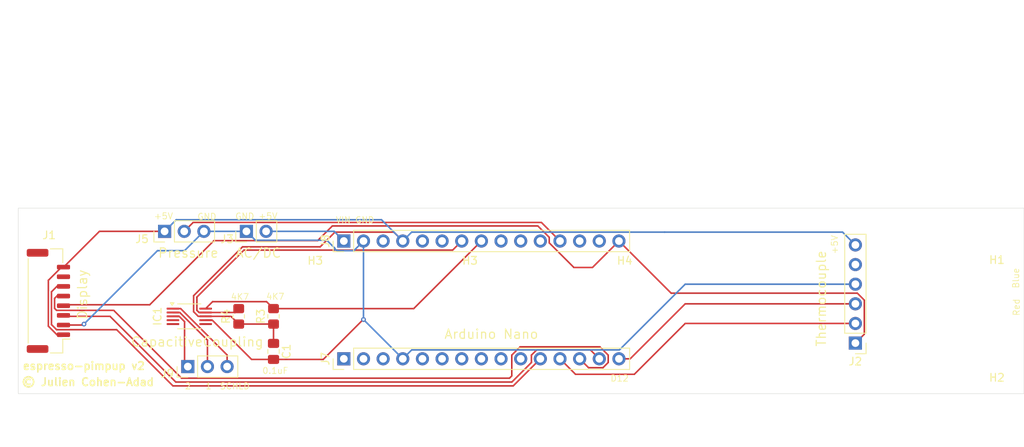
<source format=kicad_pcb>
(kicad_pcb (version 20241229) (generator "pcbnew") (generator_version "9.0")
  (layers (0 "F.Cu" signal) (2 "B.Cu" signal) (13 "F.Paste" user) (15 "B.Paste" user) (5 "F.SilkS" user "F.Silkscreen") (7 "B.SilkS" user "B.Silkscreen") (1 "F.Mask" user) (3 "B.Mask" user) (25 "Edge.Cuts" user))
  (net 0 "")
  (net 1 "GND")
  (net 2 "+5V")
  (net 5 "Net-(IC1-CIN1)")
  (net 7 "Net-(IC1-SHLD1)")
  (net 8 "/A4")
  (net 9 "Net-(IC1-CIN2)")
  (net 10 "/CS")
  (net 11 "/CLK")
  (net 12 "/D8")
  (net 13 "/D11")
  (net 15 "/D12")
  (net 16 "/RST")
  (net 17 "/A0")
  (net 18 "/D4")
  (net 19 "/D3")
  (net 20 "/D0{slash}RX")
  (net 21 "/D9")
  (net 22 "/D5")
  (net 23 "/D2")
  (net 24 "/RESET")
  (net 25 "/D1{slash}TX")
  (net 26 "/A2")
  (net 27 "+3V3")
  (net 28 "/VIN")
  (net 29 "/A3")
  (net 30 "/AREF")
  (net 31 "/A6")
  (net 32 "/A1")
  (net 33 "/A7")
  (net 34 "/A5")
  (footprint "MountingHole:MountingHole_2.2mm_M2" (layer "F.Cu") (at 147.893695 65.995973)
    (property "Reference" "H3" (at 0 -3.2 0) (layer "F.SilkS"))
    (property "Value" "MountingHole")
    (pad "" np_thru_hole circle (at 0 0) (size 2.2 2.2) (drill 2.2) (layers "*.Cu" "*.Mask"))
  )
  (footprint "Connector_PinHeader_2.54mm:PinHeader_1x02_P2.54mm_Vertical" (layer "F.Cu") (at 119 59 90)
    (property "Reference" "J3" (at -1 -2.5 180) (layer "F.SilkS"))
    (property "Value" "Screw_Terminal_01x02")
    (fp_line (start -1.38 -1.38) (end 0 -1.38) (stroke (width 0.12)) (layer "F.SilkS"))
    (fp_line (start -1.38 0) (end -1.38 -1.38) (stroke (width 0.12)) (layer "F.SilkS"))
    (fp_line (start 1.38 1.27) (end 1.38 3.92) (stroke (width 0.12)) (layer "F.SilkS"))
    (fp_line (start -1.38 1.27) (end 1.38 1.27) (stroke (width 0.12)) (layer "F.SilkS"))
    (fp_line (start -1.38 1.27) (end -1.38 3.92) (stroke (width 0.12)) (layer "F.SilkS"))
    (fp_line (start -1.38 3.92) (end 1.38 3.92) (stroke (width 0.12)) (layer "F.SilkS"))
    (pad "1" thru_hole rect (at 0 0 90) (size 1.7 1.7) (drill 1) (layers "*.Cu" "*.Mask") (net 1 "GND"))
    (pad "2" thru_hole circle (at 0 2.54 90) (size 1.7 1.7) (drill 1) (layers "*.Cu" "*.Mask") (net 28 "/VIN"))
  )
  (footprint "Capacitor_SMD:C_0805_2012Metric_Pad1.18x1.45mm_HandSolder" (layer "F.Cu") (at 122.5 74.5375 -90)
    (property "Reference" "C1" (at 0 -1.68 90) (layer "F.SilkS"))
    (property "Value" "0.1uF")
    (fp_line (start -0.261252 0.735) (end 0.261252 0.735) (stroke (width 0.12)) (layer "F.SilkS"))
    (fp_line (start -0.261252 -0.735) (end 0.261252 -0.735) (stroke (width 0.12)) (layer "F.SilkS"))
    (pad "1" smd roundrect (at -1.0375 0 270) (size 1.175 1.45) (layers "F.Cu" "F.Mask" "F.Paste") (roundrect_rratio 0.212766) (net 2 "+5V"))
    (pad "2" smd roundrect (at 1.0375 0 270) (size 1.175 1.45) (layers "F.Cu" "F.Mask" "F.Paste") (roundrect_rratio 0.212766) (net 1 "GND"))
  )
  (footprint "Connector_PinHeader_2.54mm:PinHeader_1x15_P2.54mm_Vertical" (layer "F.Cu") (at 131.588288 75.493084 90)
    (property "Reference" "J7" (at 0 -2.38 90) (layer "F.SilkS"))
    (property "Value" "Arduino_Nano_v3_Left")
    (fp_line (start -1.38 -1.38) (end 0 -1.38) (stroke (width 0.12)) (layer "F.SilkS"))
    (fp_line (start -1.38 0) (end -1.38 -1.38) (stroke (width 0.12)) (layer "F.SilkS"))
    (fp_line (start 1.38 1.27) (end 1.38 36.94) (stroke (width 0.12)) (layer "F.SilkS"))
    (fp_line (start -1.38 1.27) (end 1.38 1.27) (stroke (width 0.12)) (layer "F.SilkS"))
    (fp_line (start -1.38 1.27) (end -1.38 36.94) (stroke (width 0.12)) (layer "F.SilkS"))
    (fp_line (start -1.38 36.94) (end 1.38 36.94) (stroke (width 0.12)) (layer "F.SilkS"))
    (pad "1" thru_hole rect (at 0 0 90) (size 1.7 1.7) (drill 1) (layers "*.Cu" "*.Mask") (net 25 "/D1{slash}TX"))
    (pad "2" thru_hole circle (at 0 2.54 90) (size 1.7 1.7) (drill 1) (layers "*.Cu" "*.Mask") (net 20 "/D0{slash}RX"))
    (pad "3" thru_hole circle (at 0 5.08 90) (size 1.7 1.7) (drill 1) (layers "*.Cu" "*.Mask") (net 24 "/RESET"))
    (pad "4" thru_hole circle (at 0 7.62 90) (size 1.7 1.7) (drill 1) (layers "*.Cu" "*.Mask") (net 1 "GND"))
    (pad "5" thru_hole circle (at 0 10.16 90) (size 1.7 1.7) (drill 1) (layers "*.Cu" "*.Mask") (net 23 "/D2"))
    (pad "6" thru_hole circle (at 0 12.7 90) (size 1.7 1.7) (drill 1) (layers "*.Cu" "*.Mask") (net 19 "/D3"))
    (pad "7" thru_hole circle (at 0 15.24 90) (size 1.7 1.7) (drill 1) (layers "*.Cu" "*.Mask") (net 18 "/D4"))
    (pad "8" thru_hole circle (at 0 17.78 90) (size 1.7 1.7) (drill 1) (layers "*.Cu" "*.Mask") (net 22 "/D5"))
    (pad "9" thru_hole circle (at 0 20.32 90) (size 1.7 1.7) (drill 1) (layers "*.Cu" "*.Mask"))
    (pad "10" thru_hole circle (at 0 22.86 90) (size 1.7 1.7) (drill 1) (layers "*.Cu" "*.Mask"))
    (pad "11" thru_hole circle (at 0 25.4 90) (size 1.7 1.7) (drill 1) (layers "*.Cu" "*.Mask") (net 12 "/D8"))
    (pad "12" thru_hole circle (at 0 27.94 90) (size 1.7 1.7) (drill 1) (layers "*.Cu" "*.Mask") (net 21 "/D9"))
    (pad "13" thru_hole circle (at 0 30.48 90) (size 1.7 1.7) (drill 1) (layers "*.Cu" "*.Mask") (net 10 "/CS"))
    (pad "14" thru_hole circle (at 0 33.02 90) (size 1.7 1.7) (drill 1) (layers "*.Cu" "*.Mask") (net 13 "/D11"))
    (pad "15" thru_hole circle (at 0 35.56 90) (size 1.7 1.7) (drill 1) (layers "*.Cu" "*.Mask") (net 15 "/D12"))
  )
  (footprint "MountingHole:MountingHole_2.2mm_M2" (layer "F.Cu") (at 216 74.73 180)
    (property "Reference" "H2" (at 0 -3.2 0) (layer "F.SilkS"))
    (property "Value" "MountingHole" (hide yes))
    (pad "" np_thru_hole circle (at 0 0 180) (size 2.2 2.2) (drill 2.2) (layers "*.Cu" "*.Mask"))
  )
  (footprint "Connector_PinHeader_2.54mm:PinHeader_1x06_P2.54mm_Vertical" (layer "F.Cu") (at 197.712 73.46 180)
    (property "Reference" "J2" (at 0 -2.38 0) (layer "F.SilkS"))
    (property "Value" "MAX31855 (Temperature)")
    (fp_line (start 1.38 1.27) (end 1.38 14.08) (stroke (width 0.12)) (layer "F.SilkS"))
    (fp_line (start -1.38 14.08) (end 1.38 14.08) (stroke (width 0.12)) (layer "F.SilkS"))
    (fp_line (start -1.38 1.27) (end 1.38 1.27) (stroke (width 0.12)) (layer "F.SilkS"))
    (fp_line (start -1.38 1.27) (end -1.38 14.08) (stroke (width 0.12)) (layer "F.SilkS"))
    (fp_line (start -1.38 0) (end -1.38 -1.38) (stroke (width 0.12)) (layer "F.SilkS"))
    (fp_line (start -1.38 -1.38) (end 0 -1.38) (stroke (width 0.12)) (layer "F.SilkS"))
    (pad "1" thru_hole rect (at 0 0 180) (size 1.7 1.7) (drill 1) (layers "*.Cu" "*.Mask") (net 11 "/CLK"))
    (pad "2" thru_hole circle (at 0 2.54 180) (size 1.7 1.7) (drill 1) (layers "*.Cu" "*.Mask") (net 21 "/D9"))
    (pad "3" thru_hole circle (at 0 5.08 180) (size 1.7 1.7) (drill 1) (layers "*.Cu" "*.Mask") (net 15 "/D12"))
    (pad "4" thru_hole circle (at 0 7.62 180) (size 1.7 1.7) (drill 1) (layers "*.Cu" "*.Mask") (net 1 "GND"))
    (pad "5" thru_hole circle (at 0 10.16 180) (size 1.7 1.7) (drill 1) (layers "*.Cu" "*.Mask"))
    (pad "6" thru_hole circle (at 0 12.7 180) (size 1.7 1.7) (drill 1) (layers "*.Cu" "*.Mask") (net 2 "+5V"))
  )
  (footprint "MountingHole:MountingHole_2.2mm_M2" (layer "F.Cu") (at 127.893695 65.995973)
    (property "Reference" "H3" (at 0 -3.2 0) (layer "F.SilkS"))
    (property "Value" "MountingHoles_Rancilio" (hide yes))
    (pad "" np_thru_hole circle (at 0 0) (size 2.2 2.2) (drill 2.2) (layers "*.Cu" "*.Mask"))
  )
  (footprint "MountingHole:MountingHole_2.2mm_M2" (layer "F.Cu") (at 216 59.5 180)
    (property "Reference" "H1" (at 0 -3.2 0) (layer "F.SilkS"))
    (property "Value" "MountingHole" (hide yes))
    (pad "" np_thru_hole circle (at 0 0 180) (size 2.2 2.2) (drill 2.2) (layers "*.Cu" "*.Mask"))
  )
  (footprint "Connector_PinHeader_2.54mm:PinHeader_1x15_P2.54mm_Vertical" (layer "F.Cu") (at 131.588288 60.253084 90)
    (property "Reference" "J8" (at 0 -2.38 90) (layer "F.SilkS"))
    (property "Value" "Arduino_Nano_v3_Right")
    (fp_line (start -1.38 -1.38) (end 0 -1.38) (stroke (width 0.12)) (layer "F.SilkS"))
    (fp_line (start -1.38 0) (end -1.38 -1.38) (stroke (width 0.12)) (layer "F.SilkS"))
    (fp_line (start 1.38 1.27) (end 1.38 36.94) (stroke (width 0.12)) (layer "F.SilkS"))
    (fp_line (start -1.38 1.27) (end 1.38 1.27) (stroke (width 0.12)) (layer "F.SilkS"))
    (fp_line (start -1.38 1.27) (end -1.38 36.94) (stroke (width 0.12)) (layer "F.SilkS"))
    (fp_line (start -1.38 36.94) (end 1.38 36.94) (stroke (width 0.12)) (layer "F.SilkS"))
    (pad "1" thru_hole rect (at 0 0 90) (size 1.7 1.7) (drill 1) (layers "*.Cu" "*.Mask") (net 28 "/VIN"))
    (pad "2" thru_hole circle (at 0 2.54 90) (size 1.7 1.7) (drill 1) (layers "*.Cu" "*.Mask") (net 1 "GND"))
    (pad "3" thru_hole circle (at 0 5.08 90) (size 1.7 1.7) (drill 1) (layers "*.Cu" "*.Mask"))
    (pad "4" thru_hole circle (at 0 7.62 90) (size 1.7 1.7) (drill 1) (layers "*.Cu" "*.Mask") (net 2 "+5V"))
    (pad "5" thru_hole circle (at 0 10.16 90) (size 1.7 1.7) (drill 1) (layers "*.Cu" "*.Mask") (net 33 "/A7"))
    (pad "6" thru_hole circle (at 0 12.7 90) (size 1.7 1.7) (drill 1) (layers "*.Cu" "*.Mask") (net 31 "/A6"))
    (pad "7" thru_hole circle (at 0 15.24 90) (size 1.7 1.7) (drill 1) (layers "*.Cu" "*.Mask") (net 34 "/A5"))
    (pad "8" thru_hole circle (at 0 17.78 90) (size 1.7 1.7) (drill 1) (layers "*.Cu" "*.Mask") (net 8 "/A4"))
    (pad "9" thru_hole circle (at 0 20.32 90) (size 1.7 1.7) (drill 1) (layers "*.Cu" "*.Mask") (net 29 "/A3"))
    (pad "10" thru_hole circle (at 0 22.86 90) (size 1.7 1.7) (drill 1) (layers "*.Cu" "*.Mask") (net 26 "/A2"))
    (pad "11" thru_hole circle (at 0 25.4 90) (size 1.7 1.7) (drill 1) (layers "*.Cu" "*.Mask") (net 32 "/A1"))
    (pad "12" thru_hole circle (at 0 27.94 90) (size 1.7 1.7) (drill 1) (layers "*.Cu" "*.Mask") (net 17 "/A0"))
    (pad "13" thru_hole circle (at 0 30.48 90) (size 1.7 1.7) (drill 1) (layers "*.Cu" "*.Mask") (net 30 "/AREF"))
    (pad "14" thru_hole circle (at 0 33.02 90) (size 1.7 1.7) (drill 1) (layers "*.Cu" "*.Mask") (net 27 "+3V3"))
    (pad "15" thru_hole circle (at 0 35.56 90) (size 1.7 1.7) (drill 1) (layers "*.Cu" "*.Mask") (net 11 "/CLK"))
  )
  (footprint "Resistor_SMD:R_0805_2012Metric_Pad1.20x1.40mm_HandSolder" (layer "F.Cu") (at 118 70 90)
    (property "Reference" "R4" (at 0 -1.65 90) (layer "F.SilkS"))
    (property "Value" "4K7")
    (fp_line (start -0.227064 -0.735) (end 0.227064 -0.735) (stroke (width 0.12)) (layer "F.SilkS"))
    (fp_line (start -0.227064 0.735) (end 0.227064 0.735) (stroke (width 0.12)) (layer "F.SilkS"))
    (pad "1" smd roundrect (at -1 0 90) (size 1.2 1.4) (layers "F.Cu" "F.Mask" "F.Paste") (roundrect_rratio 0.208333) (net 2 "+5V"))
    (pad "2" smd roundrect (at 1 0 90) (size 1.2 1.4) (layers "F.Cu" "F.Mask" "F.Paste") (roundrect_rratio 0.208333) (net 34 "/A5"))
  )
  (footprint "Connector_PinHeader_2.54mm:PinHeader_1x03_P2.54mm_Vertical" (layer "F.Cu") (at 108.42 59 90)
    (property "Reference" "J5" (at -1 -2.92 180) (layer "F.SilkS"))
    (property "Value" "Pressure_Sensor")
    (fp_line (start -1.38 -1.38) (end 0 -1.38) (stroke (width 0.12)) (layer "F.SilkS"))
    (fp_line (start -1.38 0) (end -1.38 -1.38) (stroke (width 0.12)) (layer "F.SilkS"))
    (fp_line (start 1.38 1.27) (end 1.38 6.46) (stroke (width 0.12)) (layer "F.SilkS"))
    (fp_line (start -1.38 1.27) (end 1.38 1.27) (stroke (width 0.12)) (layer "F.SilkS"))
    (fp_line (start -1.38 1.27) (end -1.38 6.46) (stroke (width 0.12)) (layer "F.SilkS"))
    (fp_line (start -1.38 6.46) (end 1.38 6.46) (stroke (width 0.12)) (layer "F.SilkS"))
    (pad "1" thru_hole rect (at 0 0 90) (size 1.7 1.7) (drill 1) (layers "*.Cu" "*.Mask") (net 2 "+5V"))
    (pad "2" thru_hole circle (at 0 2.54 90) (size 1.7 1.7) (drill 1) (layers "*.Cu" "*.Mask") (net 17 "/A0"))
    (pad "3" thru_hole circle (at 0 5.08 90) (size 1.7 1.7) (drill 1) (layers "*.Cu" "*.Mask") (net 1 "GND"))
  )
  (footprint "Resistor_SMD:R_0805_2012Metric_Pad1.20x1.40mm_HandSolder" (layer "F.Cu") (at 122.5 70 90)
    (property "Reference" "R3" (at 0 -1.65 90) (layer "F.SilkS"))
    (property "Value" "4K7")
    (fp_line (start -0.227064 -0.735) (end 0.227064 -0.735) (stroke (width 0.12)) (layer "F.SilkS"))
    (fp_line (start -0.227064 0.735) (end 0.227064 0.735) (stroke (width 0.12)) (layer "F.SilkS"))
    (pad "1" smd roundrect (at -1 0 90) (size 1.2 1.4) (layers "F.Cu" "F.Mask" "F.Paste") (roundrect_rratio 0.208333) (net 2 "+5V"))
    (pad "2" smd roundrect (at 1 0 90) (size 1.2 1.4) (layers "F.Cu" "F.Mask" "F.Paste") (roundrect_rratio 0.208333) (net 8 "/A4"))
  )
  (footprint "MountingHole:MountingHole_2.2mm_M2" (layer "F.Cu") (at 167.893695 65.995973)
    (property "Reference" "H4" (at 0 -3.2 0) (layer "F.SilkS"))
    (property "Value" "MountingHole")
    (pad "" np_thru_hole circle (at 0 0) (size 2.2 2.2) (drill 2.2) (layers "*.Cu" "*.Mask"))
  )
  (footprint "Package_SO:MSOP-10_3x3mm_P0.5mm" (layer "F.Cu") (at 111.6125 70)
    (property "Reference" "IC1" (at -4.1125 0 90) (layer "F.SilkS"))
    (property "Value" "FDC1004DGSR")
    (fp_line (start 0 -1.61) (end -1.5 -1.61) (stroke (width 0.12)) (layer "F.SilkS"))
    (fp_line (start 0 -1.61) (end 1.5 -1.61) (stroke (width 0.12)) (layer "F.SilkS"))
    (fp_line (start 0 1.61) (end -1.5 1.61) (stroke (width 0.12)) (layer "F.SilkS"))
    (fp_line (start 0 1.61) (end 1.5 1.61) (stroke (width 0.12)) (layer "F.SilkS"))
    (fp_poly (pts (xy -2.2125 -1.435) (xy -2.4525 -1.765) (xy -1.9725 -1.765)) (stroke (width 0.12)) (fill yes) (layer "F.SilkS"))
    (pad "1" smd roundrect (at -2.1125 -1) (size 1.625 0.25) (layers "F.Cu" "F.Mask" "F.Paste") (net 7 "Net-(IC1-SHLD1)"))
    (pad "2" smd roundrect (at -2.1125 -0.5) (size 1.625 0.25) (layers "F.Cu" "F.Mask" "F.Paste") (net 5 "Net-(IC1-CIN1)"))
    (pad "3" smd roundrect (at -2.1125 0) (size 1.625 0.25) (layers "F.Cu" "F.Mask" "F.Paste") (net 9 "Net-(IC1-CIN2)"))
    (pad "4" smd roundrect (at -2.1125 0.5) (size 1.625 0.25) (layers "F.Cu" "F.Mask" "F.Paste"))
    (pad "5" smd roundrect (at -2.1125 1) (size 1.625 0.25) (layers "F.Cu" "F.Mask" "F.Paste"))
    (pad "6" smd roundrect (at 2.1125 1) (size 1.625 0.25) (layers "F.Cu" "F.Mask" "F.Paste"))
    (pad "7" smd roundrect (at 2.1125 0.5) (size 1.625 0.25) (layers "F.Cu" "F.Mask" "F.Paste") (net 1 "GND"))
    (pad "8" smd roundrect (at 2.1125 0) (size 1.625 0.25) (layers "F.Cu" "F.Mask" "F.Paste") (net 2 "+5V"))
    (pad "9" smd roundrect (at 2.1125 -0.5) (size 1.625 0.25) (layers "F.Cu" "F.Mask" "F.Paste") (net 34 "/A5"))
    (pad "10" smd roundrect (at 2.1125 -1) (size 1.625 0.25) (layers "F.Cu" "F.Mask" "F.Paste") (net 8 "/A4") (clearance 0.19))
  )
  (footprint "Connector_JST:JST_GH_BM08B-GHS-TBT_1x08-1MP_P1.25mm_Vertical" (layer "F.Cu") (at 93.4 68 90)
    (property "Reference" "J1" (at 8.5 0.1 180) (layer "F.SilkS"))
    (property "Value" "GRAPHIC DISPLAY IPS - 1.69\"")
    (fp_line (start -5.465 -2.61) (end 5.465 -2.61) (stroke (width 0.12)) (layer "F.SilkS"))
    (fp_line (start 6.735 0.26) (end 6.735 1.86) (stroke (width 0.12)) (layer "F.SilkS"))
    (fp_line (start -6.735 0.26) (end -6.735 1.86) (stroke (width 0.12)) (layer "F.SilkS"))
    (fp_line (start 6.735 1.86) (end 4.935 1.86) (stroke (width 0.12)) (layer "F.SilkS"))
    (fp_line (start -4.935 1.86) (end -4.935 2.8) (stroke (width 0.12)) (layer "F.SilkS"))
    (fp_line (start -6.735 1.86) (end -4.935 1.86) (stroke (width 0.12)) (layer "F.SilkS"))
    (pad "1" smd roundrect (at -4.375 1.95 90) (size 0.6 1.7) (layers "F.Cu" "F.Mask" "F.Paste") (net 2 "+5V"))
    (pad "2" smd roundrect (at -3.125 1.95 90) (size 0.6 1.7) (layers "F.Cu" "F.Mask" "F.Paste") (net 1 "GND"))
    (pad "3" smd roundrect (at -1.875 1.95 90) (size 0.6 1.7) (layers "F.Cu" "F.Mask" "F.Paste") (net 13 "/D11"))
    (pad "4" smd roundrect (at -0.625 1.95 90) (size 0.6 1.7) (layers "F.Cu" "F.Mask" "F.Paste") (net 11 "/CLK"))
    (pad "5" smd roundrect (at 0.625 1.95 90) (size 0.6 1.7) (layers "F.Cu" "F.Mask" "F.Paste") (net 10 "/CS"))
    (pad "6" smd roundrect (at 1.875 1.95 90) (size 0.6 1.7) (layers "F.Cu" "F.Mask" "F.Paste") (net 12 "/D8"))
    (pad "7" smd roundrect (at 3.125 1.95 90) (size 0.6 1.7) (layers "F.Cu" "F.Mask" "F.Paste") (net 16 "/RST"))
    (pad "8" smd roundrect (at 4.375 1.95 90) (size 0.6 1.7) (layers "F.Cu" "F.Mask" "F.Paste") (net 2 "+5V"))
    (pad "MP" smd roundrect (at -6.225 -1.4 90) (size 1 2.8) (layers "F.Cu" "F.Mask" "F.Paste"))
    (pad "MP" smd roundrect (at 6.225 -1.4 90) (size 1 2.8) (layers "F.Cu" "F.Mask" "F.Paste"))
  )
  (footprint "Connector_PinHeader_2.54mm:PinHeader_1x03_P2.54mm_Vertical" (layer "F.Cu") (at 111.42 76.5 90)
    (property "Reference" "J9" (at -0.905561 -2.648618 180) (layer "F.SilkS"))
    (property "Value" "Water_Level_Electrodes")
    (fp_line (start -1.38 -1.38) (end 0 -1.38) (stroke (width 0.12)) (layer "F.SilkS"))
    (fp_line (start -1.38 0) (end -1.38 -1.38) (stroke (width 0.12)) (layer "F.SilkS"))
    (fp_line (start 1.38 1.27) (end 1.38 6.46) (stroke (width 0.12)) (layer "F.SilkS"))
    (fp_line (start -1.38 1.27) (end 1.38 1.27) (stroke (width 0.12)) (layer "F.SilkS"))
    (fp_line (start -1.38 1.27) (end -1.38 6.46) (stroke (width 0.12)) (layer "F.SilkS"))
    (fp_line (start -1.38 6.46) (end 1.38 6.46) (stroke (width 0.12)) (layer "F.SilkS"))
    (pad "1" thru_hole rect (at 0 0 90) (size 1.7 1.7) (drill 1) (layers "*.Cu" "*.Mask") (net 9 "Net-(IC1-CIN2)"))
    (pad "2" thru_hole circle (at 0 2.54 90) (size 1.7 1.7) (drill 1) (layers "*.Cu" "*.Mask") (net 5 "Net-(IC1-CIN1)"))
    (pad "3" thru_hole circle (at 0 5.08 90) (size 1.7 1.7) (drill 1) (layers "*.Cu" "*.Mask") (net 7 "Net-(IC1-SHLD1)"))
  )
  (gr_rect (start 89.5 56) (end 219.5 80) (stroke (width 0.05)) (fill no) (layer "Edge.Cuts"))
  (gr_text "1" (at 113.662742 79.5 0) (layer "F.SilkS") (effects (font (size 0.8 0.8) (thickness 0.1)) (justify left bottom)))
  (gr_text "espresso-pimpup v2\n" (at 90 77 0) (layer "F.SilkS") (effects (font (size 1 1) (thickness 0.2) (bold yes)) (justify left bottom)))
  (gr_text "Display" (at 98.5 70.5 90) (layer "F.SilkS") (effects (font (size 1.2 1.2)) (justify left bottom)))
  (gr_text "Blue" (at 218.931531 66.439593 90) (layer "F.SilkS") (effects (font (size 0.8 0.8) (thickness 0.1)) (justify left bottom)))
  (gr_text "SCHLD" (at 115.5 79.5 0) (layer "F.SilkS") (effects (font (size 0.8 0.8) (thickness 0.1)) (justify left bottom)))
  (gr_text "0.1uF" (at 121 77.5 0) (layer "F.SilkS") (effects (font (size 0.8 0.8) (thickness 0.1)) (justify left bottom)))
  (gr_text "AC/DC" (at 117.5 62.5 0) (layer "F.SilkS") (effects (font (size 1.2 1.2)) (justify left bottom)))
  (gr_text "+5V" (at 120.5 57.5 0) (layer "F.SilkS") (effects (font (size 0.8 0.8) (thickness 0.1)) (justify left bottom)))
  (gr_text "D12" (at 166 78.5 0) (layer "F.SilkS") (effects (font (size 0.8 0.8) (thickness 0.1)) (justify left bottom)))
  (gr_text "+5V" (at 195.5 62 90) (layer "F.SilkS") (effects (font (size 0.8 0.8) (thickness 0.1)) (justify left bottom)))
  (gr_text "+5V" (at 107 57.5 0) (layer "F.SilkS") (effects (font (size 0.8 0.8) (thickness 0.1)) (justify left bottom)))
  (gr_text "VIN" (at 130.5 58 0) (layer "F.SilkS") (effects (font (size 0.8 0.8) (thickness 0.1)) (justify left bottom)))
  (gr_text "© Julien Cohen-Adad" (at 98.5 78.5 0) (layer "F.SilkS") (effects (font (size 1 1) (thickness 0.2) (bold yes))))
  (gr_text "CapacitiveCoupling" (at 104 74 0) (layer "F.SilkS") (effects (font (size 1.2 1.2)) (justify left bottom)))
  (gr_text "GND" (at 112.604916 57.561028 0) (layer "F.SilkS") (effects (font (size 0.8 0.8) (thickness 0.1)) (justify left bottom)))
  (gr_text "4K7" (at 121.5 67.90639 0) (layer "F.SilkS") (effects (font (size 0.8 0.8) (thickness 0.1)) (justify left bottom)))
  (gr_text "Arduino Nano\n" (at 144.5 73 0) (layer "F.SilkS") (effects (font (size 1.2 1.2)) (justify left bottom)))
  (gr_text "GND" (at 117.5 57.524772 0) (layer "F.SilkS") (effects (font (size 0.8 0.8) (thickness 0.1)) (justify left bottom)))
  (gr_text "Thermocouple" (at 194 74 90) (layer "F.SilkS") (effects (font (size 1.2 1.2)) (justify left bottom)))
  (gr_text "Pressure" (at 107.5 62.5 0) (layer "F.SilkS") (effects (font (size 1.2 1.2)) (justify left bottom)))
  (gr_text "GND" (at 133 58 0) (layer "F.SilkS") (effects (font (size 0.8 0.8) (thickness 0.1)) (justify left bottom)))
  (gr_text "4K7" (at 116.936481 67.942608 0) (layer "F.SilkS") (effects (font (size 0.8 0.8) (thickness 0.1)) (justify left bottom)))
  (gr_text "2" (at 111 79.5 0) (layer "F.SilkS") (effects (font (size 0.8 0.8) (thickness 0.1)) (justify left bottom)))
  (gr_text "Red" (at 219 70 90) (layer "F.SilkS") (effects (font (size 0.8 0.8) (thickness 0.1)) (justify left bottom)))
  (segment (start 122.5 75.575) (end 128.925 75.575) (width 0.2) (layer "F.Cu") (net 1))
  (segment (start 122.5 75.575) (end 119.664348 75.575) (width 0.2) (layer "F.Cu") (net 1))
  (segment (start 114.589348 70.5) (end 113.725 70.5) (width 0.2) (layer "F.Cu") (net 1))
  (segment (start 95.35 71.125) (end 97.875 71.125) (width 0.2) (layer "F.Cu") (net 1))
  (segment (start 119.664348 75.575) (end 114.589348 70.5) (width 0.2) (layer "F.Cu") (net 1))
  (segment (start 134.086916 70.413084) (end 134.128288 70.413084) (width 0.2) (layer "F.Cu") (net 1))
  (segment (start 97.875 71.125) (end 98 71) (width 0.2) (layer "F.Cu") (net 1))
  (segment (start 128.925 75.575) (end 134.086916 70.413084) (width 0.2) (layer "F.Cu") (net 1))
  (via (at 98 71) (size 0.6) (drill 0.3) (layers "F.Cu" "B.Cu") (net 1))
  (via (at 134.128288 70.413084) (size 0.6) (drill 0.3) (layers "F.Cu" "B.Cu") (net 1))
  (segment (start 130.737372 61.5) (end 132.881372 61.5) (width 0.2) (layer "B.Cu") (net 1))
  (segment (start 175.712 65.84) (end 167.209916 74.342084) (width 0.2) (layer "B.Cu") (net 1))
  (segment (start 167.209916 74.342084) (end 140.359288 74.342084) (width 0.2) (layer "B.Cu") (net 1))
  (segment (start 134.128288 60.253084) (end 134.128288 70.413084) (width 0.2) (layer "B.Cu") (net 1))
  (segment (start 197.712 65.84) (end 175.712 65.84) (width 0.2) (layer "B.Cu") (net 1))
  (segment (start 130.437288 61.199916) (end 130.437288 61.404084) (width 0.2) (layer "B.Cu") (net 1))
  (segment (start 132.881372 61.5) (end 134.128288 60.253084) (width 0.2) (layer "B.Cu") (net 1))
  (segment (start 113.5 59) (end 119 59) (width 0.2) (layer "B.Cu") (net 1))
  (segment (start 111 61.5) (end 107.5 61.5) (width 0.2) (layer "B.Cu") (net 1))
  (segment (start 130.641456 61.404084) (end 130.737372 61.5) (width 0.2) (layer "B.Cu") (net 1))
  (segment (start 130.437288 61.404084) (end 130.641456 61.404084) (width 0.2) (layer "B.Cu") (net 1))
  (segment (start 129.388372 60.151) (end 130.437288 61.199916) (width 0.2) (layer "B.Cu") (net 1))
  (segment (start 134.128288 70.413084) (end 139.208288 75.493084) (width 0.2) (layer "B.Cu") (net 1))
  (segment (start 111 61.5) (end 113.5 59) (width 0.2) (layer "B.Cu") (net 1))
  (segment (start 119 59) (end 120.151 60.151) (width 0.2) (layer "B.Cu") (net 1))
  (segment (start 120.151 60.151) (end 129.388372 60.151) (width 0.2) (layer "B.Cu") (net 1))
  (segment (start 140.359288 74.342084) (end 139.208288 75.493084) (width 0.2) (layer "B.Cu") (net 1))
  (segment (start 107.5 61.5) (end 98 71) (width 0.2) (layer "B.Cu") (net 1))
  (segment (start 95.108032 63.625) (end 95.35 63.625) (width 0.2) (layer "F.Cu") (net 2))
  (segment (start 94.500001 72.375) (end 93.397 71.271999) (width 0.2) (layer "F.Cu") (net 2))
  (segment (start 138.057288 59.102084) (end 139.208288 60.253084) (width 0.2) (layer "F.Cu") (net 2))
  (segment (start 118.496916 61.003084) (end 128.536288 61.003084) (width 0.2) (layer "F.Cu") (net 2))
  (segment (start 128.536288 61.003084) (end 130.437288 59.102084) (width 0.2) (layer "F.Cu") (net 2))
  (segment (start 118 71) (end 117 70) (width 0.2) (layer "F.Cu") (net 2))
  (segment (start 113.725 70) (end 112.773034 70) (width 0.2) (layer "F.Cu") (net 2))
  (segment (start 100 59) (end 108.42 59) (width 0.2) (layer "F.Cu") (net 2))
  (segment (start 93.397 71.271999) (end 93.397 65.336032) (width 0.2) (layer "F.Cu") (net 2))
  (segment (start 95.35 63.625) (end 95.375 63.625) (width 0.2) (layer "F.Cu") (net 2))
  (segment (start 117 70) (end 113.725 70) (width 0.2) (layer "F.Cu") (net 2))
  (segment (start 130.437288 59.102084) (end 138.057288 59.102084) (width 0.2) (layer "F.Cu") (net 2))
  (segment (start 95.35 72.375) (end 94.500001 72.375) (width 0.2) (layer "F.Cu") (net 2))
  (segment (start 95.375 63.625) (end 100 59) (width 0.2) (layer "F.Cu") (net 2))
  (segment (start 118 71) (end 122.5 71) (width 0.2) (layer "F.Cu") (net 2))
  (segment (start 112.1705 67.3295) (end 118.496916 61.003084) (width 0.2) (layer "F.Cu") (net 2))
  (segment (start 112.773034 70) (end 112.1705 69.397466) (width 0.2) (layer "F.Cu") (net 2))
  (segment (start 122.5 73.5) (end 122.5 71) (width 0.2) (layer "F.Cu") (net 2))
  (segment (start 93.397 65.336032) (end 95.108032 63.625) (width 0.2) (layer "F.Cu") (net 2))
  (segment (start 112.1705 69.397466) (end 112.1705 67.3295) (width 0.2) (layer "F.Cu") (net 2))
  (segment (start 139.208288 60.253084) (end 136.455204 57.5) (width 0.2) (layer "B.Cu") (net 2))
  (segment (start 136.455204 57.5) (end 109.92 57.5) (width 0.2) (layer "B.Cu") (net 2))
  (segment (start 196.054084 59.102084) (end 173.054084 59.102084) (width 0.2) (layer "B.Cu") (net 2))
  (segment (start 197.712 60.76) (end 196.054084 59.102084) (width 0.2) (layer "B.Cu") (net 2))
  (segment (start 140.359288 59.102084) (end 139.208288 60.253084) (width 0.2) (layer "B.Cu") (net 2))
  (segment (start 173.054084 59.102084) (end 140.359288 59.102084) (width 0.2) (layer "B.Cu") (net 2))
  (segment (start 109.92 57.5) (end 108.42 59) (width 0.2) (layer "B.Cu") (net 2))
  (segment (start 110.379599 69.5) (end 109.5 69.5) (width 0.2) (layer "F.Cu") (net 5))
  (segment (start 113.96 76.5) (end 113.96 73.080401) (width 0.2) (layer "F.Cu") (net 5))
  (segment (start 113.96 73.080401) (end 110.379599 69.5) (width 0.2) (layer "F.Cu") (net 5))
  (segment (start 110.5 69) (end 116.5 75) (width 0.2) (layer "F.Cu") (net 7))
  (segment (start 109.5 69) (end 110.5 69) (width 0.2) (layer "F.Cu") (net 7))
  (segment (start 116.5 75) (end 116.5 76.5) (width 0.2) (layer "F.Cu") (net 7))
  (segment (start 121.599 68.099) (end 122.5 69) (width 0.2) (layer "F.Cu") (net 8))
  (segment (start 114.626 68.099) (end 121.599 68.099) (width 0.2) (layer "F.Cu") (net 8))
  (segment (start 122.5 69) (end 140.621372 69) (width 0.2) (layer "F.Cu") (net 8))
  (segment (start 113.725 69) (end 114.626 68.099) (width 0.2) (layer "F.Cu") (net 8))
  (segment (start 140.621372 69) (end 149.368288 60.253084) (width 0.2) (layer "F.Cu") (net 8))
  (segment (start 111 70.687501) (end 110.312499 70) (width 0.2) (layer "F.Cu") (net 9))
  (segment (start 110.312499 70) (end 109.5 70) (width 0.2) (layer "F.Cu") (net 9))
  (segment (start 111 76.08) (end 111 70.687501) (width 0.2) (layer "F.Cu") (net 9))
  (segment (start 111.42 76.5) (end 111 76.08) (width 0.2) (layer "F.Cu") (net 9))
  (segment (start 94.199 67.676001) (end 94.199 68.965968) (width 0.2) (layer "F.Cu") (net 10))
  (segment (start 94.199 68.965968) (end 94.459032 69.226) (width 0.2) (layer "F.Cu") (net 10))
  (segment (start 153 78) (end 153.297288 77.702712) (width 0.2) (layer "F.Cu") (net 10))
  (segment (start 95.35 67.375) (end 94.500001 67.375) (width 0.2) (layer "F.Cu") (net 10))
  (segment (start 165.759288 75.016324) (end 165.759288 75.969844) (width 0.2) (layer "F.Cu") (net 10))
  (segment (start 101.844 69.226) (end 110.618 78) (width 0.2) (layer "F.Cu") (net 10))
  (segment (start 154.372528 73.941084) (end 164.684048 73.941084) (width 0.2) (layer "F.Cu") (net 10))
  (segment (start 94.500001 67.375) (end 94.199 67.676001) (width 0.2) (layer "F.Cu") (net 10))
  (segment (start 153.297288 75.016324) (end 154.372528 73.941084) (width 0.2) (layer "F.Cu") (net 10))
  (segment (start 164.684048 73.941084) (end 165.759288 75.016324) (width 0.2) (layer "F.Cu") (net 10))
  (segment (start 163.219288 76.644084) (end 162.068288 75.493084) (width 0.2) (layer "F.Cu") (net 10))
  (segment (start 153.297288 77.702712) (end 153.297288 75.016324) (width 0.2) (layer "F.Cu") (net 10))
  (segment (start 165.085048 76.644084) (end 163.219288 76.644084) (width 0.2) (layer "F.Cu") (net 10))
  (segment (start 165.759288 75.969844) (end 165.085048 76.644084) (width 0.2) (layer "F.Cu") (net 10))
  (segment (start 94.459032 69.226) (end 101.844 69.226) (width 0.2) (layer "F.Cu") (net 10))
  (segment (start 110.618 78) (end 153 78) (width 0.2) (layer "F.Cu") (net 10))
  (segment (start 130.105088 58.300084) (end 156.663048 58.300084) (width 0.2) (layer "F.Cu") (net 11))
  (segment (start 197.95976 67) (end 173.895204 67) (width 0.2) (layer "F.Cu") (net 11))
  (segment (start 173.895204 67) (end 167.148288 60.253084) (width 0.2) (layer "F.Cu") (net 11))
  (segment (start 158.139288 60.491844) (end 161.323722 63.676278) (width 0.2) (layer "F.Cu") (net 11))
  (segment (start 163.725094 63.676278) (end 167.148288 60.253084) (width 0.2) (layer "F.Cu") (net 11))
  (segment (start 158.139288 59.776324) (end 158.139288 60.491844) (width 0.2) (layer "F.Cu") (net 11))
  (segment (start 128.204088 60.201084) (end 130.105088 58.300084) (width 0.2) (layer "F.Cu") (net 11))
  (segment (start 198.863 72.309) (end 198.863 67.90324) (width 0.2) (layer "F.Cu") (net 11))
  (segment (start 198.863 67.90324) (end 197.95976 67) (width 0.2) (layer "F.Cu") (net 11))
  (segment (start 106.5 68.5) (end 114.798916 60.201084) (width 0.2) (layer "F.Cu") (net 11))
  (segment (start 95.35 68.625) (end 95.475 68.5) (width 0.2) (layer "F.Cu") (net 11))
  (segment (start 161.323722 63.676278) (end 163.725094 63.676278) (width 0.2) (layer "F.Cu") (net 11))
  (segment (start 156.663048 58.300084) (end 158.139288 59.776324) (width 0.2) (layer "F.Cu") (net 11))
  (segment (start 114.798916 60.201084) (end 128.204088 60.201084) (width 0.2) (layer "F.Cu") (net 11))
  (segment (start 197.712 73.46) (end 198.863 72.309) (width 0.2) (layer "F.Cu") (net 11))
  (segment (start 95.475 68.5) (end 106.5 68.5) (width 0.2) (layer "F.Cu") (net 11))
  (segment (start 93.798 71.064968) (end 94.459032 71.726) (width 0.2) (layer "F.Cu") (net 12))
  (segment (start 109.5 79) (end 153.481372 79) (width 0.2) (layer "F.Cu") (net 12))
  (segment (start 95.35 66.125) (end 94.500001 66.125) (width 0.2) (layer "F.Cu") (net 12))
  (segment (start 93.798 66.827001) (end 93.798 71.064968) (width 0.2) (layer "F.Cu") (net 12))
  (segment (start 153.481372 79) (end 156.988288 75.493084) (width 0.2) (layer "F.Cu") (net 12))
  (segment (start 94.459032 71.726) (end 102.226 71.726) (width 0.2) (layer "F.Cu") (net 12))
  (segment (start 94.500001 66.125) (end 93.798 66.827001) (width 0.2) (layer "F.Cu") (net 12))
  (segment (start 102.226 71.726) (end 109.5 79) (width 0.2) (layer "F.Cu") (net 12))
  (segment (start 163.457288 74.342084) (end 164.608288 75.493084) (width 0.2) (layer "F.Cu") (net 13))
  (segment (start 155.837288 75.969844) (end 155.837288 75.016324) (width 0.2) (layer "F.Cu") (net 13))
  (segment (start 95.35 69.875) (end 95.375 69.875) (width 0.2) (layer "F.Cu") (net 13))
  (segment (start 155.837288 75.016324) (end 156.511528 74.342084) (width 0.2) (layer "F.Cu") (net 13))
  (segment (start 95.375 69.875) (end 95.5 70) (width 0.2) (layer "F.Cu") (net 13))
  (segment (start 101.365821 70) (end 109.865821 78.5) (width 0.2) (layer "F.Cu") (net 13))
  (segment (start 109.865821 78.5) (end 153.307132 78.5) (width 0.2) (layer "F.Cu") (net 13))
  (segment (start 153.307132 78.5) (end 155.837288 75.969844) (width 0.2) (layer "F.Cu") (net 13))
  (segment (start 95.5 70) (end 101.365821 70) (width 0.2) (layer "F.Cu") (net 13))
  (segment (start 156.511528 74.342084) (end 163.457288 74.342084) (width 0.2) (layer "F.Cu") (net 13))
  (segment (start 167.148288 75.493084) (end 168.598916 75.493084) (width 0.2) (layer "F.Cu") (net 15))
  (segment (start 175.712 68.38) (end 197.712 68.38) (width 0.2) (layer "F.Cu") (net 15))
  (segment (start 168.598916 75.493084) (end 175.712 68.38) (width 0.2) (layer "F.Cu") (net 15))
  (segment (start 110.96 59) (end 112.111 57.849) (width 0.2) (layer "F.Cu") (net 17))
  (segment (start 159.528288 60.253084) (end 157.124204 57.849) (width 0.2) (layer "F.Cu") (net 17))
  (segment (start 112.111 57.849) (end 157.124204 57.849) (width 0.2) (layer "F.Cu") (net 17))
  (segment (start 169.132 77.5) (end 175.712 70.92) (width 0.2) (layer "F.Cu") (net 21))
  (segment (start 161.535204 77.5) (end 169.132 77.5) (width 0.2) (layer "F.Cu") (net 21))
  (segment (start 175.712 70.92) (end 197.712 70.92) (width 0.2) (layer "F.Cu") (net 21))
  (segment (start 159.528288 75.493084) (end 161.535204 77.5) (width 0.2) (layer "F.Cu") (net 21))
  (segment (start 130.335204 59) (end 131.588288 60.253084) (width 0.2) (layer "B.Cu") (net 28))
  (segment (start 121.54 59) (end 130.335204 59) (width 0.2) (layer "B.Cu") (net 28))
  (segment (start 112.875488 69.5) (end 113.725 69.5) (width 0.2) (layer "F.Cu") (net 34))
  (segment (start 118 69) (end 117.5 69.5) (width 0.25) (layer "F.Cu") (net 34))
  (segment (start 145.652288 61.429084) (end 118.67337 61.429084) (width 0.2) (layer "F.Cu") (net 34))
  (segment (start 146.828288 60.253084) (end 145.652288 61.429084) (width 0.2) (layer "F.Cu") (net 34))
  (segment (start 112.5965 67.505954) (end 112.5965 69.221012) (width 0.2) (layer "F.Cu") (net 34))
  (segment (start 117.5 69.5) (end 113.725 69.5) (width 0.2) (layer "F.Cu") (net 34))
  (segment (start 118.67337 61.429084) (end 112.5965 67.505954) (width 0.2) (layer "F.Cu") (net 34))
  (segment (start 112.5965 69.221012) (end 112.875488 69.5) (width 0.2) (layer "F.Cu") (net 34))
)
</source>
